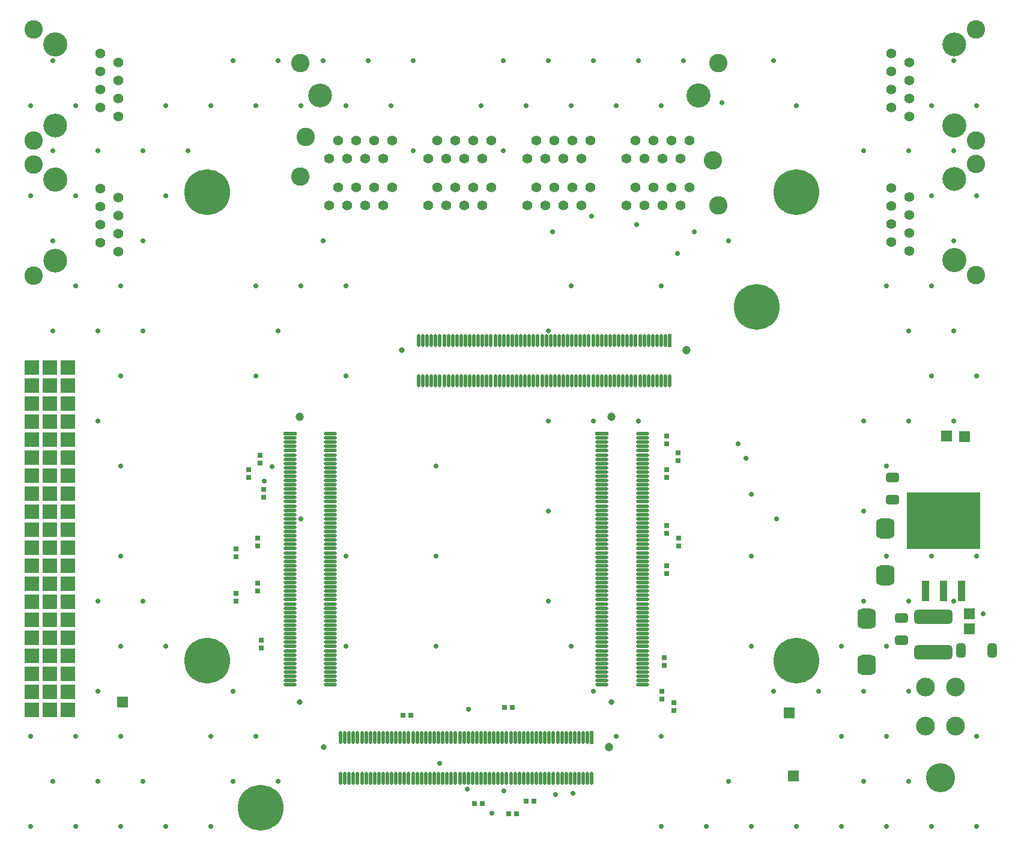
<source format=gts>
G04*
G04 #@! TF.GenerationSoftware,Altium Limited,Altium Designer,18.0.12 (696)*
G04*
G04 Layer_Color=8388736*
%FSLAX43Y43*%
%MOMM*%
G71*
G01*
G75*
%ADD16O,0.502X1.852*%
%ADD17O,1.852X0.502*%
G04:AMPARAMS|DCode=18|XSize=0.702mm|YSize=0.752mm|CornerRadius=0.201mm|HoleSize=0mm|Usage=FLASHONLY|Rotation=90.000|XOffset=0mm|YOffset=0mm|HoleType=Round|Shape=RoundedRectangle|*
%AMROUNDEDRECTD18*
21,1,0.702,0.350,0,0,90.0*
21,1,0.300,0.752,0,0,90.0*
1,1,0.402,0.175,0.150*
1,1,0.402,0.175,-0.150*
1,1,0.402,-0.175,-0.150*
1,1,0.402,-0.175,0.150*
%
%ADD18ROUNDEDRECTD18*%
G04:AMPARAMS|DCode=19|XSize=1.602mm|YSize=1.602mm|CornerRadius=0.201mm|HoleSize=0mm|Usage=FLASHONLY|Rotation=90.000|XOffset=0mm|YOffset=0mm|HoleType=Round|Shape=RoundedRectangle|*
%AMROUNDEDRECTD19*
21,1,1.602,1.200,0,0,90.0*
21,1,1.200,1.602,0,0,90.0*
1,1,0.402,0.600,0.600*
1,1,0.402,0.600,-0.600*
1,1,0.402,-0.600,-0.600*
1,1,0.402,-0.600,0.600*
%
%ADD19ROUNDEDRECTD19*%
G04:AMPARAMS|DCode=20|XSize=1.602mm|YSize=1.602mm|CornerRadius=0.201mm|HoleSize=0mm|Usage=FLASHONLY|Rotation=0.000|XOffset=0mm|YOffset=0mm|HoleType=Round|Shape=RoundedRectangle|*
%AMROUNDEDRECTD20*
21,1,1.602,1.200,0,0,0.0*
21,1,1.200,1.602,0,0,0.0*
1,1,0.402,0.600,-0.600*
1,1,0.402,-0.600,-0.600*
1,1,0.402,-0.600,0.600*
1,1,0.402,0.600,0.600*
%
%ADD20ROUNDEDRECTD20*%
G04:AMPARAMS|DCode=21|XSize=1.302mm|YSize=1.902mm|CornerRadius=0.351mm|HoleSize=0mm|Usage=FLASHONLY|Rotation=270.000|XOffset=0mm|YOffset=0mm|HoleType=Round|Shape=RoundedRectangle|*
%AMROUNDEDRECTD21*
21,1,1.302,1.200,0,0,270.0*
21,1,0.600,1.902,0,0,270.0*
1,1,0.702,-0.600,-0.300*
1,1,0.702,-0.600,0.300*
1,1,0.702,0.600,0.300*
1,1,0.702,0.600,-0.300*
%
%ADD21ROUNDEDRECTD21*%
G04:AMPARAMS|DCode=22|XSize=2.802mm|YSize=2.602mm|CornerRadius=0.676mm|HoleSize=0mm|Usage=FLASHONLY|Rotation=270.000|XOffset=0mm|YOffset=0mm|HoleType=Round|Shape=RoundedRectangle|*
%AMROUNDEDRECTD22*
21,1,2.802,1.250,0,0,270.0*
21,1,1.450,2.602,0,0,270.0*
1,1,1.352,-0.625,-0.725*
1,1,1.352,-0.625,0.725*
1,1,1.352,0.625,0.725*
1,1,1.352,0.625,-0.725*
%
%ADD22ROUNDEDRECTD22*%
%ADD23R,10.452X8.002*%
%ADD24R,1.002X2.952*%
G04:AMPARAMS|DCode=25|XSize=5.452mm|YSize=2.002mm|CornerRadius=0.526mm|HoleSize=0mm|Usage=FLASHONLY|Rotation=180.000|XOffset=0mm|YOffset=0mm|HoleType=Round|Shape=RoundedRectangle|*
%AMROUNDEDRECTD25*
21,1,5.452,0.950,0,0,180.0*
21,1,4.400,2.002,0,0,180.0*
1,1,1.052,-2.200,0.475*
1,1,1.052,2.200,0.475*
1,1,1.052,2.200,-0.475*
1,1,1.052,-2.200,-0.475*
%
%ADD25ROUNDEDRECTD25*%
G04:AMPARAMS|DCode=26|XSize=2.002mm|YSize=1.302mm|CornerRadius=0.351mm|HoleSize=0mm|Usage=FLASHONLY|Rotation=90.000|XOffset=0mm|YOffset=0mm|HoleType=Round|Shape=RoundedRectangle|*
%AMROUNDEDRECTD26*
21,1,2.002,0.600,0,0,90.0*
21,1,1.300,1.302,0,0,90.0*
1,1,0.702,0.300,0.650*
1,1,0.702,0.300,-0.650*
1,1,0.702,-0.300,-0.650*
1,1,0.702,-0.300,0.650*
%
%ADD26ROUNDEDRECTD26*%
G04:AMPARAMS|DCode=27|XSize=0.702mm|YSize=0.752mm|CornerRadius=0.201mm|HoleSize=0mm|Usage=FLASHONLY|Rotation=0.000|XOffset=0mm|YOffset=0mm|HoleType=Round|Shape=RoundedRectangle|*
%AMROUNDEDRECTD27*
21,1,0.702,0.350,0,0,0.0*
21,1,0.300,0.752,0,0,0.0*
1,1,0.402,0.150,-0.175*
1,1,0.402,-0.150,-0.175*
1,1,0.402,-0.150,0.175*
1,1,0.402,0.150,0.175*
%
%ADD27ROUNDEDRECTD27*%
%ADD28R,1.852X0.502*%
%ADD29R,0.502X1.852*%
%ADD30C,1.402*%
%ADD31C,2.642*%
%ADD32C,4.102*%
%ADD33C,2.602*%
%ADD34C,3.404*%
%ADD35C,3.352*%
%ADD36C,6.452*%
%ADD37C,1.202*%
%ADD38C,0.802*%
%ADD39R,2.007X2.007*%
%ADD40C,0.737*%
D16*
X56225Y7691D02*
D03*
X56825D02*
D03*
X79225Y63691D02*
D03*
X70625Y7691D02*
D03*
X71225D02*
D03*
X58025D02*
D03*
X58625D02*
D03*
X61025D02*
D03*
X61625D02*
D03*
X63425D02*
D03*
X65825D02*
D03*
X66425D02*
D03*
X73625D02*
D03*
X75425D02*
D03*
X76025D02*
D03*
X78425D02*
D03*
X53825Y13391D02*
D03*
X54425D02*
D03*
X55625D02*
D03*
X56225D02*
D03*
X62425Y63691D02*
D03*
X63025D02*
D03*
X60025D02*
D03*
X58625Y13391D02*
D03*
X59225D02*
D03*
X61025D02*
D03*
X64025D02*
D03*
X65825D02*
D03*
X70025D02*
D03*
X70625D02*
D03*
X68825D02*
D03*
X72425D02*
D03*
X73625D02*
D03*
X74825D02*
D03*
X75425D02*
D03*
X78425D02*
D03*
X74425Y63691D02*
D03*
X75025D02*
D03*
X59425D02*
D03*
X92425Y69391D02*
D03*
X91825D02*
D03*
X91225Y69391D02*
D03*
X90625Y69391D02*
D03*
X90025D02*
D03*
X89425D02*
D03*
X88825D02*
D03*
X88225Y69391D02*
D03*
X87625Y69391D02*
D03*
X87025D02*
D03*
X86425Y69391D02*
D03*
X85825Y69391D02*
D03*
X85225D02*
D03*
X84625D02*
D03*
X84025D02*
D03*
X83425D02*
D03*
X82825D02*
D03*
X82225D02*
D03*
X81625D02*
D03*
X81025D02*
D03*
X80425D02*
D03*
X79825D02*
D03*
X79225D02*
D03*
X78625D02*
D03*
X78025D02*
D03*
X77425D02*
D03*
X76825D02*
D03*
X76225D02*
D03*
X75625Y69391D02*
D03*
X75025Y69391D02*
D03*
X74425D02*
D03*
X73825Y69391D02*
D03*
X73225Y69391D02*
D03*
X72625D02*
D03*
X72025D02*
D03*
X71425D02*
D03*
X70825Y69391D02*
D03*
X70225Y69391D02*
D03*
X69625D02*
D03*
X69025Y69391D02*
D03*
X68425Y69391D02*
D03*
X67825D02*
D03*
X67225Y69391D02*
D03*
X66625Y69391D02*
D03*
X66025D02*
D03*
X65425D02*
D03*
X64825D02*
D03*
X64225D02*
D03*
X63625D02*
D03*
X63025D02*
D03*
X62425D02*
D03*
X61825D02*
D03*
X61225D02*
D03*
X60625D02*
D03*
X60025D02*
D03*
X59425D02*
D03*
X58825D02*
D03*
X58225D02*
D03*
X57625D02*
D03*
Y63691D02*
D03*
X58225D02*
D03*
X58825D02*
D03*
X60625D02*
D03*
X61225D02*
D03*
X61825D02*
D03*
X63625D02*
D03*
X64225D02*
D03*
X64825D02*
D03*
X65425D02*
D03*
X66025D02*
D03*
X66625D02*
D03*
X67225D02*
D03*
X67825D02*
D03*
X68425D02*
D03*
X69025D02*
D03*
X69625D02*
D03*
X70225D02*
D03*
X70825D02*
D03*
X71425D02*
D03*
X72025D02*
D03*
X72625D02*
D03*
X73225D02*
D03*
X73825D02*
D03*
X75625D02*
D03*
X76225D02*
D03*
X76825D02*
D03*
X77425D02*
D03*
X78025D02*
D03*
X78625D02*
D03*
X79825D02*
D03*
X80425D02*
D03*
X81025D02*
D03*
X81625D02*
D03*
X82225D02*
D03*
X82825D02*
D03*
X83425D02*
D03*
X84025D02*
D03*
X84625D02*
D03*
X85225D02*
D03*
X85825D02*
D03*
X86425D02*
D03*
X87025D02*
D03*
X87625D02*
D03*
X88225D02*
D03*
X88825D02*
D03*
X89425D02*
D03*
X90025D02*
D03*
X90625D02*
D03*
X91225D02*
D03*
X91825D02*
D03*
X92425D02*
D03*
X93025D02*
D03*
X81425Y13391D02*
D03*
X80825D02*
D03*
X80225D02*
D03*
X79625D02*
D03*
X79025D02*
D03*
X77825D02*
D03*
X77225D02*
D03*
X76625D02*
D03*
X76025D02*
D03*
X74225D02*
D03*
X73025D02*
D03*
X71825D02*
D03*
X71225D02*
D03*
X69425D02*
D03*
X68225D02*
D03*
X67625D02*
D03*
X67025D02*
D03*
X66425D02*
D03*
X65225D02*
D03*
X64625D02*
D03*
X63425D02*
D03*
X62825D02*
D03*
X62225D02*
D03*
X61625D02*
D03*
X60425D02*
D03*
X59825D02*
D03*
X58025D02*
D03*
X57425D02*
D03*
X56825D02*
D03*
X55025D02*
D03*
X53225D02*
D03*
X52625D02*
D03*
X52025D02*
D03*
X51425D02*
D03*
X50825D02*
D03*
X50225D02*
D03*
X49625D02*
D03*
X49025D02*
D03*
X48425D02*
D03*
X47825D02*
D03*
X47225D02*
D03*
X46625D02*
D03*
Y7691D02*
D03*
X47225D02*
D03*
X47825D02*
D03*
X48425D02*
D03*
X49025D02*
D03*
X49625D02*
D03*
X50225D02*
D03*
X50825D02*
D03*
X51425D02*
D03*
X52025D02*
D03*
X52625D02*
D03*
X53225D02*
D03*
X53825D02*
D03*
X54425D02*
D03*
X55025D02*
D03*
X55625D02*
D03*
X57425D02*
D03*
X59225D02*
D03*
X59825D02*
D03*
X60425D02*
D03*
X62225D02*
D03*
X62825D02*
D03*
X64025D02*
D03*
X64625D02*
D03*
X65225D02*
D03*
X67025D02*
D03*
X67625D02*
D03*
X68225D02*
D03*
X68825D02*
D03*
X69425D02*
D03*
X70025D02*
D03*
X71825D02*
D03*
X72425D02*
D03*
X73025D02*
D03*
X74225D02*
D03*
X74825D02*
D03*
X76625D02*
D03*
X77225D02*
D03*
X77825D02*
D03*
X79025D02*
D03*
X79625D02*
D03*
X80225D02*
D03*
X80825D02*
D03*
X81425D02*
D03*
X82025D02*
D03*
D17*
X83475Y52641D02*
D03*
X89175D02*
D03*
Y53241D02*
D03*
X39475Y26241D02*
D03*
Y26841D02*
D03*
Y34041D02*
D03*
Y35241D02*
D03*
Y38841D02*
D03*
Y40041D02*
D03*
Y47241D02*
D03*
Y48441D02*
D03*
Y52041D02*
D03*
Y53241D02*
D03*
X89175Y30441D02*
D03*
Y31041D02*
D03*
X45175Y33441D02*
D03*
Y34041D02*
D03*
X89175Y23241D02*
D03*
X39475Y55641D02*
D03*
Y55041D02*
D03*
Y54441D02*
D03*
Y53841D02*
D03*
Y52641D02*
D03*
X39475Y51441D02*
D03*
X39475Y50841D02*
D03*
Y50241D02*
D03*
X39475Y49641D02*
D03*
X39475Y49041D02*
D03*
Y47841D02*
D03*
Y46641D02*
D03*
Y46041D02*
D03*
Y45441D02*
D03*
Y44841D02*
D03*
Y44241D02*
D03*
Y43641D02*
D03*
Y43041D02*
D03*
Y42441D02*
D03*
Y41841D02*
D03*
Y41241D02*
D03*
Y40641D02*
D03*
Y39441D02*
D03*
Y38241D02*
D03*
Y37641D02*
D03*
Y37041D02*
D03*
Y36441D02*
D03*
Y35841D02*
D03*
Y34641D02*
D03*
Y33441D02*
D03*
Y32841D02*
D03*
Y32241D02*
D03*
Y31641D02*
D03*
Y31041D02*
D03*
Y30441D02*
D03*
Y29841D02*
D03*
Y29241D02*
D03*
Y28641D02*
D03*
Y28041D02*
D03*
X39475Y27441D02*
D03*
Y25641D02*
D03*
X39475Y25041D02*
D03*
Y24441D02*
D03*
Y23841D02*
D03*
Y23241D02*
D03*
Y22641D02*
D03*
Y22041D02*
D03*
Y21441D02*
D03*
Y20841D02*
D03*
X45175D02*
D03*
Y21441D02*
D03*
Y22041D02*
D03*
Y22641D02*
D03*
Y23241D02*
D03*
Y23841D02*
D03*
Y24441D02*
D03*
Y25041D02*
D03*
X45175Y25641D02*
D03*
X45175Y26241D02*
D03*
Y26841D02*
D03*
X45175Y27441D02*
D03*
X45175Y28041D02*
D03*
Y28641D02*
D03*
Y29241D02*
D03*
Y29841D02*
D03*
Y30441D02*
D03*
Y31041D02*
D03*
Y31641D02*
D03*
Y32241D02*
D03*
Y32841D02*
D03*
Y34641D02*
D03*
Y35241D02*
D03*
Y35841D02*
D03*
Y36441D02*
D03*
Y37041D02*
D03*
Y37641D02*
D03*
Y38241D02*
D03*
Y38841D02*
D03*
Y39441D02*
D03*
Y40041D02*
D03*
Y40641D02*
D03*
Y41241D02*
D03*
Y41841D02*
D03*
Y42441D02*
D03*
Y43041D02*
D03*
Y43641D02*
D03*
Y44241D02*
D03*
Y44841D02*
D03*
Y45441D02*
D03*
Y46041D02*
D03*
Y46641D02*
D03*
Y47241D02*
D03*
Y47841D02*
D03*
Y48441D02*
D03*
Y49041D02*
D03*
X45175Y49641D02*
D03*
X45175Y50241D02*
D03*
Y50841D02*
D03*
X45175Y51441D02*
D03*
X45175Y52041D02*
D03*
Y52641D02*
D03*
Y53241D02*
D03*
Y53841D02*
D03*
Y54441D02*
D03*
Y55041D02*
D03*
Y55641D02*
D03*
Y56241D02*
D03*
X83475Y55641D02*
D03*
Y55041D02*
D03*
Y54441D02*
D03*
Y53841D02*
D03*
Y53241D02*
D03*
Y52041D02*
D03*
Y51441D02*
D03*
Y50841D02*
D03*
Y50241D02*
D03*
Y49641D02*
D03*
Y49041D02*
D03*
Y48441D02*
D03*
Y47841D02*
D03*
Y47241D02*
D03*
Y46641D02*
D03*
Y46041D02*
D03*
Y45441D02*
D03*
Y44841D02*
D03*
Y44241D02*
D03*
Y43641D02*
D03*
Y43041D02*
D03*
Y42441D02*
D03*
Y41841D02*
D03*
Y41241D02*
D03*
Y40641D02*
D03*
Y40041D02*
D03*
Y39441D02*
D03*
Y38841D02*
D03*
Y38241D02*
D03*
Y37641D02*
D03*
Y37041D02*
D03*
Y36441D02*
D03*
Y35841D02*
D03*
Y35241D02*
D03*
Y34641D02*
D03*
Y34041D02*
D03*
Y33441D02*
D03*
Y32841D02*
D03*
Y32241D02*
D03*
Y31641D02*
D03*
Y31041D02*
D03*
Y30441D02*
D03*
Y29841D02*
D03*
Y29241D02*
D03*
Y28641D02*
D03*
Y28041D02*
D03*
Y27441D02*
D03*
Y26841D02*
D03*
Y26241D02*
D03*
Y25641D02*
D03*
Y25041D02*
D03*
Y24441D02*
D03*
Y23841D02*
D03*
Y23241D02*
D03*
Y22641D02*
D03*
Y22041D02*
D03*
Y21441D02*
D03*
Y20841D02*
D03*
X89175D02*
D03*
Y21441D02*
D03*
Y22041D02*
D03*
Y22641D02*
D03*
Y23841D02*
D03*
Y24441D02*
D03*
Y25041D02*
D03*
Y25641D02*
D03*
Y26241D02*
D03*
Y26841D02*
D03*
Y27441D02*
D03*
Y28041D02*
D03*
Y28641D02*
D03*
Y29241D02*
D03*
Y29841D02*
D03*
Y31641D02*
D03*
Y32241D02*
D03*
Y32841D02*
D03*
Y33441D02*
D03*
Y34041D02*
D03*
Y34641D02*
D03*
Y35241D02*
D03*
Y35841D02*
D03*
Y36441D02*
D03*
Y37041D02*
D03*
Y37641D02*
D03*
Y38241D02*
D03*
Y38841D02*
D03*
Y39441D02*
D03*
Y40041D02*
D03*
Y40641D02*
D03*
Y41241D02*
D03*
Y41841D02*
D03*
Y42441D02*
D03*
Y43041D02*
D03*
Y43641D02*
D03*
Y44241D02*
D03*
Y44841D02*
D03*
Y45441D02*
D03*
Y46041D02*
D03*
Y46641D02*
D03*
Y47241D02*
D03*
Y47841D02*
D03*
Y48441D02*
D03*
Y49041D02*
D03*
Y49641D02*
D03*
Y50241D02*
D03*
Y50841D02*
D03*
Y51441D02*
D03*
Y52041D02*
D03*
Y53841D02*
D03*
Y54441D02*
D03*
Y55041D02*
D03*
Y55641D02*
D03*
Y56241D02*
D03*
D18*
X92592Y42155D02*
D03*
Y43255D02*
D03*
X94234Y52409D02*
D03*
Y53509D02*
D03*
X92574Y54771D02*
D03*
Y55871D02*
D03*
X92583Y37592D02*
D03*
X31877Y32597D02*
D03*
Y33697D02*
D03*
X33655Y51138D02*
D03*
Y50038D02*
D03*
X35306Y52113D02*
D03*
Y53213D02*
D03*
X92583Y51138D02*
D03*
Y50038D02*
D03*
X35814Y48344D02*
D03*
Y47244D02*
D03*
X34925Y40386D02*
D03*
Y41486D02*
D03*
X93599Y18288D02*
D03*
Y17188D02*
D03*
X31877Y38862D02*
D03*
Y39962D02*
D03*
X91948Y19939D02*
D03*
Y18839D02*
D03*
X34925Y34079D02*
D03*
Y35179D02*
D03*
X94244Y41529D02*
D03*
Y40429D02*
D03*
X92583Y36492D02*
D03*
X35433Y26035D02*
D03*
Y27135D02*
D03*
X92252Y23580D02*
D03*
Y24680D02*
D03*
D19*
X132080Y55880D02*
D03*
X109855Y16916D02*
D03*
X15875Y18415D02*
D03*
D20*
X135280Y30886D02*
D03*
X134620Y55855D02*
D03*
X110490Y7950D02*
D03*
X135255Y28702D02*
D03*
D21*
X124460Y46939D02*
D03*
Y50039D02*
D03*
X125732Y30252D02*
D03*
Y27152D02*
D03*
D22*
X120777Y30199D02*
D03*
Y23649D02*
D03*
X123371Y42832D02*
D03*
Y36282D02*
D03*
D23*
X131639Y43934D02*
D03*
D24*
X134179Y34034D02*
D03*
X131639D02*
D03*
X129099D02*
D03*
D25*
X130175Y25465D02*
D03*
Y30415D02*
D03*
D26*
X138471Y25654D02*
D03*
X134071D02*
D03*
D27*
X65540Y4064D02*
D03*
X66640D02*
D03*
X70366Y2667D02*
D03*
X71466D02*
D03*
X72779Y4445D02*
D03*
X73879D02*
D03*
X55422Y16510D02*
D03*
X56522D02*
D03*
X69731Y17653D02*
D03*
X70831D02*
D03*
D28*
X39475Y56241D02*
D03*
X83475D02*
D03*
D29*
X93025Y69391D02*
D03*
X82025Y13391D02*
D03*
D30*
X126796Y81984D02*
D03*
X124256Y83254D02*
D03*
Y85794D02*
D03*
X126796Y87064D02*
D03*
Y84524D02*
D03*
X124256Y88334D02*
D03*
X126796Y89604D02*
D03*
X124256Y90874D02*
D03*
X126796Y100965D02*
D03*
X124256Y102235D02*
D03*
Y104775D02*
D03*
X126796Y106045D02*
D03*
Y103505D02*
D03*
X124256Y107315D02*
D03*
X126796Y108585D02*
D03*
X124256Y109855D02*
D03*
X12750Y83185D02*
D03*
X15290Y81915D02*
D03*
X12750Y85725D02*
D03*
X15290Y86995D02*
D03*
X12750Y90805D02*
D03*
X15290Y89535D02*
D03*
Y100965D02*
D03*
X12750Y102235D02*
D03*
Y104775D02*
D03*
X15290Y106045D02*
D03*
Y108585D02*
D03*
X12750Y109855D02*
D03*
X47552Y88398D02*
D03*
X51362Y90938D02*
D03*
X48822Y97542D02*
D03*
X50092Y95002D02*
D03*
X45012Y95002D02*
D03*
X46282Y97542D02*
D03*
X86922Y88398D02*
D03*
X88192Y90938D02*
D03*
X58982Y88398D02*
D03*
X60252Y90938D02*
D03*
X75492Y88394D02*
D03*
X79302Y90934D02*
D03*
X12750Y107315D02*
D03*
X15290Y103505D02*
D03*
X12750Y88265D02*
D03*
X15290Y84455D02*
D03*
X62792Y97542D02*
D03*
X64062Y95002D02*
D03*
X62792Y90938D02*
D03*
X64062Y88398D02*
D03*
X78032Y94998D02*
D03*
X76762Y97538D02*
D03*
X80572Y94988D02*
D03*
X81842Y97538D02*
D03*
X78032Y88394D02*
D03*
X76762Y90934D02*
D03*
X86922Y95002D02*
D03*
X88192Y97542D02*
D03*
X90732D02*
D03*
X92002Y95002D02*
D03*
X92002Y88398D02*
D03*
X90732Y90938D02*
D03*
X72952Y88394D02*
D03*
X80572Y88384D02*
D03*
X74222Y90934D02*
D03*
X81842D02*
D03*
X89462Y88398D02*
D03*
X94542D02*
D03*
X93272Y90938D02*
D03*
X95812D02*
D03*
X67872Y90938D02*
D03*
X65332D02*
D03*
X66602Y88388D02*
D03*
X61522Y88398D02*
D03*
X53902Y90938D02*
D03*
X48822D02*
D03*
X46282D02*
D03*
X52632Y88388D02*
D03*
X50092Y88398D02*
D03*
X45012Y88398D02*
D03*
X47552Y95002D02*
D03*
X52632Y94992D02*
D03*
X51362Y97542D02*
D03*
X53902D02*
D03*
X58982Y95002D02*
D03*
X61522D02*
D03*
X66602Y94992D02*
D03*
X60252Y97542D02*
D03*
X65332D02*
D03*
X67872D02*
D03*
X95812Y97542D02*
D03*
X93272D02*
D03*
X94542Y95002D02*
D03*
X89462D02*
D03*
X79302Y97538D02*
D03*
X74222D02*
D03*
X75492Y94998D02*
D03*
X72952D02*
D03*
D31*
X133322Y15047D02*
D03*
X129122Y20547D02*
D03*
X133322D02*
D03*
X129122Y15047D02*
D03*
D32*
X131222Y7747D02*
D03*
D33*
X136196Y113210D02*
D03*
Y97610D02*
D03*
X3350D02*
D03*
Y113210D02*
D03*
X136196Y94229D02*
D03*
Y78629D02*
D03*
X3350Y78560D02*
D03*
Y94160D02*
D03*
X99872Y108458D02*
D03*
X99112Y94748D02*
D03*
X99872Y88398D02*
D03*
X40952Y108458D02*
D03*
X41712Y98048D02*
D03*
X40952Y92458D02*
D03*
D34*
X133146Y99695D02*
D03*
X6400Y111125D02*
D03*
X133146Y80714D02*
D03*
X6400Y92075D02*
D03*
X97082Y103888D02*
D03*
D35*
X133146Y111125D02*
D03*
X6400Y99695D02*
D03*
X133146Y92144D02*
D03*
X6400Y80645D02*
D03*
X43742Y103888D02*
D03*
D36*
X110871Y90297D02*
D03*
Y24257D02*
D03*
X27813D02*
D03*
Y90297D02*
D03*
X105322Y74100D02*
D03*
X35322Y3490D02*
D03*
D37*
X40825Y58641D02*
D03*
X95425Y68041D02*
D03*
X84425Y12041D02*
D03*
X84825Y58641D02*
D03*
D38*
X40825Y18441D02*
D03*
X55225Y68041D02*
D03*
X44225Y12041D02*
D03*
X84825Y18441D02*
D03*
D39*
X3125Y29972D02*
D03*
Y32512D02*
D03*
Y35052D02*
D03*
Y37592D02*
D03*
Y40132D02*
D03*
X5665Y29972D02*
D03*
Y32512D02*
D03*
Y35052D02*
D03*
Y37592D02*
D03*
Y40132D02*
D03*
X8205Y29972D02*
D03*
Y32512D02*
D03*
Y35052D02*
D03*
Y37592D02*
D03*
Y40132D02*
D03*
X3125Y42672D02*
D03*
Y45212D02*
D03*
Y47752D02*
D03*
Y50292D02*
D03*
Y52832D02*
D03*
X5665Y42672D02*
D03*
Y45212D02*
D03*
Y47752D02*
D03*
Y50292D02*
D03*
Y52832D02*
D03*
X8205Y42672D02*
D03*
Y45212D02*
D03*
Y47752D02*
D03*
Y50292D02*
D03*
Y52832D02*
D03*
X3125Y55372D02*
D03*
Y57912D02*
D03*
Y60452D02*
D03*
Y62992D02*
D03*
Y65532D02*
D03*
X5665Y55372D02*
D03*
Y57912D02*
D03*
Y60452D02*
D03*
Y62992D02*
D03*
Y65532D02*
D03*
X8205Y55372D02*
D03*
Y57912D02*
D03*
Y60452D02*
D03*
Y62992D02*
D03*
Y65532D02*
D03*
X3125Y17272D02*
D03*
Y19812D02*
D03*
Y22352D02*
D03*
Y24892D02*
D03*
Y27432D02*
D03*
X5665Y17272D02*
D03*
Y19812D02*
D03*
Y22352D02*
D03*
Y24892D02*
D03*
Y27432D02*
D03*
X8205Y17272D02*
D03*
Y19812D02*
D03*
Y22352D02*
D03*
Y24892D02*
D03*
Y27432D02*
D03*
D40*
X104546Y47676D02*
D03*
X100381Y102921D02*
D03*
X96495Y84709D02*
D03*
X94158Y81610D02*
D03*
X88392Y85725D02*
D03*
X82042Y86893D02*
D03*
X76479Y84734D02*
D03*
X35839Y49555D02*
D03*
X36932Y51587D02*
D03*
X64516Y6096D02*
D03*
X64618Y17374D02*
D03*
X102692Y54788D02*
D03*
X103759Y52756D02*
D03*
X108102Y44247D02*
D03*
X67920Y2718D02*
D03*
X69621Y5893D02*
D03*
X79350Y5512D02*
D03*
X76937Y5359D02*
D03*
X136251Y102449D02*
D03*
Y89749D02*
D03*
Y64349D02*
D03*
Y38949D02*
D03*
Y13549D02*
D03*
Y849D02*
D03*
X133076Y108799D02*
D03*
X129901Y102449D02*
D03*
X133076Y96099D02*
D03*
X129901Y89749D02*
D03*
X133076Y83399D02*
D03*
X129901Y77049D02*
D03*
X133076Y70699D02*
D03*
X129901Y64349D02*
D03*
X133076Y57999D02*
D03*
X129901Y38949D02*
D03*
X133076Y32599D02*
D03*
X129901Y849D02*
D03*
X126726Y96099D02*
D03*
X123551Y77049D02*
D03*
X126726Y70699D02*
D03*
Y57999D02*
D03*
X123551Y51649D02*
D03*
Y38949D02*
D03*
X126726Y32599D02*
D03*
X123551Y26249D02*
D03*
X126726Y19899D02*
D03*
X123551Y13549D02*
D03*
X126726Y7199D02*
D03*
X123551Y849D02*
D03*
X120376Y96099D02*
D03*
Y57999D02*
D03*
Y45299D02*
D03*
Y32599D02*
D03*
X117201Y26249D02*
D03*
X120376Y19899D02*
D03*
X117201Y13549D02*
D03*
X120376Y7199D02*
D03*
X117201Y849D02*
D03*
X110851Y102449D02*
D03*
X114026Y19899D02*
D03*
X110851Y849D02*
D03*
X107676Y108799D02*
D03*
X104501Y38949D02*
D03*
Y26249D02*
D03*
X107676Y19899D02*
D03*
X104501Y849D02*
D03*
X101326Y83399D02*
D03*
Y7199D02*
D03*
X98151Y849D02*
D03*
X94976Y108799D02*
D03*
X91801Y102449D02*
D03*
Y77049D02*
D03*
Y13549D02*
D03*
Y849D02*
D03*
X88626Y108799D02*
D03*
X85451Y102449D02*
D03*
X88626Y57999D02*
D03*
X85451Y13549D02*
D03*
X82276Y108799D02*
D03*
X79101Y102449D02*
D03*
Y77049D02*
D03*
X82276Y57999D02*
D03*
X79101Y26249D02*
D03*
X82276Y19899D02*
D03*
X75926Y108799D02*
D03*
X72751Y102449D02*
D03*
X75926Y70699D02*
D03*
Y57999D02*
D03*
Y45299D02*
D03*
Y32599D02*
D03*
X69576Y108799D02*
D03*
X66401Y102449D02*
D03*
X69576Y96099D02*
D03*
X60051Y51649D02*
D03*
Y38949D02*
D03*
Y26249D02*
D03*
X56876Y108799D02*
D03*
X53701Y102449D02*
D03*
X56876Y96099D02*
D03*
X50526Y108799D02*
D03*
X47351Y102449D02*
D03*
Y77049D02*
D03*
Y64349D02*
D03*
Y38949D02*
D03*
Y26249D02*
D03*
X44176Y108799D02*
D03*
X41001Y102449D02*
D03*
X44176Y83399D02*
D03*
X41001Y77049D02*
D03*
X37826Y108799D02*
D03*
X34651Y102449D02*
D03*
Y77049D02*
D03*
X37826Y70699D02*
D03*
X34651Y64349D02*
D03*
Y13549D02*
D03*
X37826Y7199D02*
D03*
X31476Y108799D02*
D03*
X28301Y102449D02*
D03*
X31476Y19899D02*
D03*
X28301Y13549D02*
D03*
X31476Y7199D02*
D03*
X28301Y849D02*
D03*
X21951Y102449D02*
D03*
X25126Y96099D02*
D03*
X21951Y89749D02*
D03*
Y26249D02*
D03*
Y849D02*
D03*
X18776Y96099D02*
D03*
Y83399D02*
D03*
X15601Y77049D02*
D03*
X18776Y70699D02*
D03*
X15601Y64349D02*
D03*
Y51649D02*
D03*
Y38949D02*
D03*
X18776Y32599D02*
D03*
X15601Y26249D02*
D03*
Y13549D02*
D03*
X18776Y7199D02*
D03*
X15601Y849D02*
D03*
X9251Y102449D02*
D03*
X12426Y96099D02*
D03*
X9251Y89749D02*
D03*
Y77049D02*
D03*
X12426Y70699D02*
D03*
Y57999D02*
D03*
Y32599D02*
D03*
Y19899D02*
D03*
X9251Y13549D02*
D03*
X12426Y7199D02*
D03*
X9251Y849D02*
D03*
X6076Y108799D02*
D03*
X2901Y102449D02*
D03*
X6076Y96099D02*
D03*
X2901Y89749D02*
D03*
X6076Y83399D02*
D03*
Y70699D02*
D03*
X2901Y13549D02*
D03*
X6076Y7199D02*
D03*
X2901Y849D02*
D03*
X137236Y30886D02*
D03*
X41015Y44241D02*
D03*
X60579Y9728D02*
D03*
M02*

</source>
